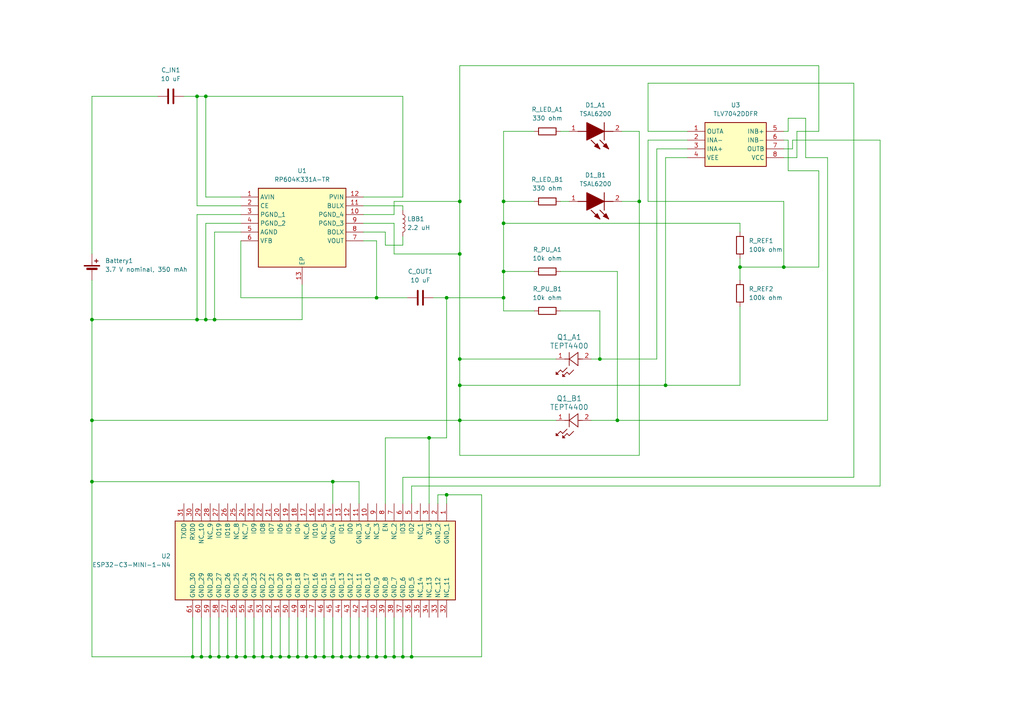
<source format=kicad_sch>
(kicad_sch (version 20231120) (generator "eeschema") (generator_version "8.0")
  (paper "A4")
  (title_block (title "WaterSensorCircuit") (date "2025-01-21") (rev "00.01.00") (company "Billy Miller"))
  (lib_symbols
    (symbol "2025-01-17_05-19-09:TEPT4400" (pin_names (offset 0.254))
      (property "Reference" "CR" (at 5.08 -4.445 0))
      (property "Value" "TEPT4400" (at 5.08 -7.62 0))
      (symbol "TEPT4400_1_1"
        (polyline (pts (xy 2.54 0) (xy 3.4798 0)) (stroke (width 0.2032)))
        (polyline (pts (xy 3.175 0) (xy 3.81 0)) (stroke (width 0.2032)))
        (polyline (pts (xy 3.81 -1.905) (xy 6.35 0)) (stroke (width 0.2032)))
        (polyline (pts (xy 3.81 1.905) (xy 3.81 -1.905)) (stroke (width 0.2032)))
        (polyline (pts (xy 5.08 3.175) (xy 6.35 4.445)) (stroke (width 0.2032)))
        (polyline (pts (xy 6.35 -1.905) (xy 6.35 1.905)) (stroke (width 0.2032)))
        (polyline (pts (xy 6.35 0) (xy 3.81 1.905)) (stroke (width 0.2032)))
        (polyline (pts (xy 6.35 0) (xy 7.62 0)) (stroke (width 0.2032)))
        (polyline (pts (xy 6.35 4.445) (xy 6.985 3.81)) (stroke (width 0.2032)))
        (polyline (pts (xy 6.985 2.54) (xy 8.255 3.81)) (stroke (width 0.2032)))
        (polyline (pts (xy 6.985 3.81) (xy 8.255 5.08)) (stroke (width 0.2032)))
        (polyline (pts (xy 7.62 5.08) (xy 8.255 4.445)) (stroke (width 0.2032)))
        (polyline (pts (xy 8.255 3.81) (xy 8.89 3.175)) (stroke (width 0.2032)))
        (polyline (pts (xy 8.255 4.445) (xy 8.255 5.08)) (stroke (width 0.2032)))
        (polyline (pts (xy 8.255 5.08) (xy 7.62 5.08)) (stroke (width 0.2032)))
        (polyline (pts (xy 8.89 3.175) (xy 10.16 4.445)) (stroke (width 0.2032)))
        (polyline (pts (xy 9.525 4.445) (xy 10.16 3.81)) (stroke (width 0.2032)))
        (polyline (pts (xy 10.16 3.81) (xy 10.16 4.445)) (stroke (width 0.2032)))
        (polyline (pts (xy 10.16 4.445) (xy 9.525 4.445)) (stroke (width 0.2032)))
        (pin unspecified line (at 10.16 0 180) (length 2.54) (name "") (number "1"))
        (pin unspecified line (at 0 0 0) (length 2.54) (name "") (number "2"))
      )
      (symbol "TEPT4400_1_2"
        (polyline (pts (xy -5.08 7.62) (xy -4.445 8.255)) (stroke (width 0.2032)))
        (polyline (pts (xy -5.08 8.255) (xy -5.08 7.62)) (stroke (width 0.2032)))
        (polyline (pts (xy -4.445 6.35) (xy -3.81 6.985)) (stroke (width 0.2032)))
        (polyline (pts (xy -4.445 8.255) (xy -5.08 8.255)) (stroke (width 0.2032)))
        (polyline (pts (xy -4.445 9.525) (xy -3.81 10.16)) (stroke (width 0.2032)))
        (polyline (pts (xy -4.445 10.16) (xy -4.445 9.525)) (stroke (width 0.2032)))
        (polyline (pts (xy -3.81 6.985) (xy -5.08 8.255)) (stroke (width 0.2032)))
        (polyline (pts (xy -3.81 8.255) (xy -3.175 8.89)) (stroke (width 0.2032)))
        (polyline (pts (xy -3.81 10.16) (xy -4.445 10.16)) (stroke (width 0.2032)))
        (polyline (pts (xy -3.175 5.08) (xy -4.445 6.35)) (stroke (width 0.2032)))
        (polyline (pts (xy -3.175 8.89) (xy -4.445 10.16)) (stroke (width 0.2032)))
        (polyline (pts (xy -2.54 6.985) (xy -3.81 8.255)) (stroke (width 0.2032)))
        (polyline (pts (xy -1.905 3.81) (xy 1.905 3.81)) (stroke (width 0.2032)))
        (polyline (pts (xy 0 2.54) (xy 0 3.4798)) (stroke (width 0.2032)))
        (polyline (pts (xy 0 3.175) (xy 0 3.81)) (stroke (width 0.2032)))
        (polyline (pts (xy 0 6.35) (xy -1.905 3.81)) (stroke (width 0.2032)))
        (polyline (pts (xy 0 6.35) (xy 0 7.62)) (stroke (width 0.2032)))
        (polyline (pts (xy 1.905 3.81) (xy 0 6.35)) (stroke (width 0.2032)))
        (polyline (pts (xy 1.905 6.35) (xy -1.905 6.35)) (stroke (width 0.2032)))
        (pin unspecified line (at 0 10.16 270) (length 2.54) (name "") (number "1"))
        (pin unspecified line (at 0 0 90) (length 2.54) (name "") (number "2"))
      )
    )
    (symbol "Device:Battery_Cell" (pin_numbers hide) (pin_names (offset 0) hide)
      (property "Reference" "BT" (at 2.54 2.54 0))
      (property "Value" "Battery_Cell" (at 2.54 0 0))
      (symbol "Battery_Cell_0_1"
        (rectangle (start -2.286 1.778) (end 2.286 1.524) (fill (type outline)))
        (rectangle (start -1.524 1.016) (end 1.524 0.508) (fill (type outline)))
        (polyline (pts (xy 0 0.762) (xy 0 0)))
        (polyline (pts (xy 0 1.778) (xy 0 2.54)))
        (polyline (pts (xy 0.762 3.048) (xy 1.778 3.048)) (stroke (width 0.254)))
        (polyline (pts (xy 1.27 3.556) (xy 1.27 2.54)) (stroke (width 0.254)))
      )
      (symbol "Battery_Cell_1_1"
        (pin passive line (at 0 5.08 270) (length 2.54) (name "+") (number "1"))
        (pin passive line (at 0 -2.54 90) (length 2.54) (name "-") (number "2"))
      )
    )
    (symbol "Device:C" (pin_numbers hide) (pin_names (offset 0.254))
      (property "Reference" "C" (at 0.635 2.54 0))
      (property "Value" "C" (at 0.635 -2.54 0))
      (symbol "C_0_1"
        (polyline (pts (xy -2.032 -0.762) (xy 2.032 -0.762)) (stroke (width 0.508)))
        (polyline (pts (xy -2.032 0.762) (xy 2.032 0.762)) (stroke (width 0.508)))
      )
      (symbol "C_1_1"
        (pin passive line (at 0 3.81 270) (length 2.794) (name "~") (number "1"))
        (pin passive line (at 0 -3.81 90) (length 2.794) (name "~") (number "2"))
      )
    )
    (symbol "Device:L" (pin_numbers hide) (pin_names (offset 1.016) hide)
      (property "Reference" "L" (at -1.27 0 90))
      (property "Value" "L" (at 1.905 0 90))
      (symbol "L_0_1"
        (arc (start 0 -2.54) (mid 0.6323 -1.905) (end 0 -1.27))
        (arc (start 0 -1.27) (mid 0.6323 -0.635) (end 0 0))
        (arc (start 0 0) (mid 0.6323 0.635) (end 0 1.27))
        (arc (start 0 1.27) (mid 0.6323 1.905) (end 0 2.54))
      )
      (symbol "L_1_1"
        (pin passive line (at 0 3.81 270) (length 1.27) (name "1") (number "1"))
        (pin passive line (at 0 -3.81 90) (length 1.27) (name "2") (number "2"))
      )
    )
    (symbol "Device:R" (pin_numbers hide) (pin_names (offset 0))
      (property "Reference" "R" (at 2.032 0 90))
      (property "Value" "R" (at 0 0 90))
      (symbol "R_0_1"
        (rectangle (start -1.016 -2.54) (end 1.016 2.54) (stroke (width 0.254)))
      )
      (symbol "R_1_1"
        (pin passive line (at 0 3.81 270) (length 1.27) (name "~") (number "1"))
        (pin passive line (at 0 -3.81 90) (length 1.27) (name "~") (number "2"))
      )
    )
    (symbol "ESP32-C3-MINI-1-N4:ESP32-C3-MINI-1-N4"
      (property "Reference" "IC" (at 29.21 7.62 0))
      (property "Value" "ESP32-C3-MINI-1-N4" (at 29.21 5.08 0))
      (symbol "ESP32-C3-MINI-1-N4_1_1"
        (rectangle (start 5.08 2.54) (end 27.94 -78.74) (stroke (width 0.254)) (fill (type background)))
        (pin passive line (at 0 0 0) (length 5.08) (name "GND_1") (number "1"))
        (pin passive line (at 0 -22.86 0) (length 5.08) (name "NC_4") (number "10"))
        (pin passive line (at 0 -25.4 0) (length 5.08) (name "GND_3") (number "11"))
        (pin passive line (at 0 -27.94 0) (length 5.08) (name "IO0") (number "12"))
        (pin passive line (at 0 -30.48 0) (length 5.08) (name "IO1") (number "13"))
        (pin passive line (at 0 -33.02 0) (length 5.08) (name "GND_4") (number "14"))
        (pin passive line (at 0 -35.56 0) (length 5.08) (name "NC_5") (number "15"))
        (pin passive line (at 0 -38.1 0) (length 5.08) (name "IO10") (number "16"))
        (pin passive line (at 0 -40.64 0) (length 5.08) (name "NC_6") (number "17"))
        (pin passive line (at 0 -43.18 0) (length 5.08) (name "IO4") (number "18"))
        (pin passive line (at 0 -45.72 0) (length 5.08) (name "IO5") (number "19"))
        (pin passive line (at 0 -2.54 0) (length 5.08) (name "GND_2") (number "2"))
        (pin passive line (at 0 -48.26 0) (length 5.08) (name "IO6") (number "20"))
        (pin passive line (at 0 -50.8 0) (length 5.08) (name "IO7") (number "21"))
        (pin passive line (at 0 -53.34 0) (length 5.08) (name "IO8") (number "22"))
        (pin passive line (at 0 -55.88 0) (length 5.08) (name "IO9") (number "23"))
        (pin passive line (at 0 -58.42 0) (length 5.08) (name "NC_7") (number "24"))
        (pin passive line (at 0 -60.96 0) (length 5.08) (name "NC_8") (number "25"))
        (pin passive line (at 0 -63.5 0) (length 5.08) (name "IO18") (number "26"))
        (pin passive line (at 0 -66.04 0) (length 5.08) (name "IO19") (number "27"))
        (pin passive line (at 0 -68.58 0) (length 5.08) (name "NC_9") (number "28"))
        (pin passive line (at 0 -71.12 0) (length 5.08) (name "NC_10") (number "29"))
        (pin passive line (at 0 -5.08 0) (length 5.08) (name "3V3") (number "3"))
        (pin passive line (at 0 -73.66 0) (length 5.08) (name "RXD0") (number "30"))
        (pin passive line (at 0 -76.2 0) (length 5.08) (name "TXD0") (number "31"))
        (pin passive line (at 33.02 0 180) (length 5.08) (name "NC_11") (number "32"))
        (pin passive line (at 33.02 -2.54 180) (length 5.08) (name "NC_12") (number "33"))
        (pin passive line (at 33.02 -5.08 180) (length 5.08) (name "NC_13") (number "34"))
        (pin passive line (at 33.02 -7.62 180) (length 5.08) (name "NC_14") (number "35"))
        (pin passive line (at 33.02 -10.16 180) (length 5.08) (name "GND_5") (number "36"))
        (pin passive line (at 33.02 -12.7 180) (length 5.08) (name "GND_6") (number "37"))
        (pin passive line (at 33.02 -15.24 180) (length 5.08) (name "GND_7") (number "38"))
        (pin passive line (at 33.02 -17.78 180) (length 5.08) (name "GND_8") (number "39"))
        (pin passive line (at 0 -7.62 0) (length 5.08) (name "NC_1") (number "4"))
        (pin passive line (at 33.02 -20.32 180) (length 5.08) (name "GND_9") (number "40"))
        (pin passive line (at 33.02 -22.86 180) (length 5.08) (name "GND_10") (number "41"))
        (pin passive line (at 33.02 -25.4 180) (length 5.08) (name "GND_11") (number "42"))
        (pin passive line (at 33.02 -27.94 180) (length 5.08) (name "GND_12") (number "43"))
        (pin passive line (at 33.02 -30.48 180) (length 5.08) (name "GND_13") (number "44"))
        (pin passive line (at 33.02 -33.02 180) (length 5.08) (name "GND_14") (number "45"))
        (pin passive line (at 33.02 -35.56 180) (length 5.08) (name "GND_15") (number "46"))
        (pin passive line (at 33.02 -38.1 180) (length 5.08) (name "GND_16") (number "47"))
        (pin passive line (at 33.02 -40.64 180) (length 5.08) (name "GND_17") (number "48"))
        (pin passive line (at 33.02 -43.18 180) (length 5.08) (name "GND_18") (number "49"))
        (pin passive line (at 0 -10.16 0) (length 5.08) (name "IO2") (number "5"))
        (pin passive line (at 33.02 -45.72 180) (length 5.08) (name "GND_19") (number "50"))
        (pin passive line (at 33.02 -48.26 180) (length 5.08) (name "GND_20") (number "51"))
        (pin passive line (at 33.02 -50.8 180) (length 5.08) (name "GND_21") (number "52"))
        (pin passive line (at 33.02 -53.34 180) (length 5.08) (name "GND_22") (number "53"))
        (pin passive line (at 33.02 -55.88 180) (length 5.08) (name "GND_23") (number "54"))
        (pin passive line (at 33.02 -58.42 180) (length 5.08) (name "GND_24") (number "55"))
        (pin passive line (at 33.02 -60.96 180) (length 5.08) (name "GND_25") (number "56"))
        (pin passive line (at 33.02 -63.5 180) (length 5.08) (name "GND_26") (number "57"))
        (pin passive line (at 33.02 -66.04 180) (length 5.08) (name "GND_27") (number "58"))
        (pin passive line (at 33.02 -68.58 180) (length 5.08) (name "GND_28") (number "59"))
        (pin passive line (at 0 -12.7 0) (length 5.08) (name "IO3") (number "6"))
        (pin passive line (at 33.02 -71.12 180) (length 5.08) (name "GND_29") (number "60"))
        (pin passive line (at 33.02 -73.66 180) (length 5.08) (name "GND_30") (number "61"))
        (pin passive line (at 0 -15.24 0) (length 5.08) (name "NC_2") (number "7"))
        (pin passive line (at 0 -17.78 0) (length 5.08) (name "EN") (number "8"))
        (pin passive line (at 0 -20.32 0) (length 5.08) (name "NC_3") (number "9"))
      )
    )
    (symbol "RP604K331A-TR:RP604K331A-TR"
      (property "Reference" "IC" (at 31.75 7.62 0))
      (property "Value" "RP604K331A-TR" (at 31.75 5.08 0))
      (symbol "RP604K331A-TR_1_1"
        (rectangle (start 5.08 2.54) (end 30.48 -20.32) (stroke (width 0.254)) (fill (type background)))
        (pin passive line (at 0 0 0) (length 5.08) (name "AVIN") (number "1"))
        (pin passive line (at 35.56 -5.08 180) (length 5.08) (name "PGND_4") (number "10"))
        (pin passive line (at 35.56 -2.54 180) (length 5.08) (name "BULX") (number "11"))
        (pin passive line (at 35.56 0 180) (length 5.08) (name "PVIN") (number "12"))
        (pin passive line (at 17.78 -25.4 90) (length 5.08) (name "EP") (number "13"))
        (pin passive line (at 0 -2.54 0) (length 5.08) (name "CE") (number "2"))
        (pin passive line (at 0 -5.08 0) (length 5.08) (name "PGND_1") (number "3"))
        (pin passive line (at 0 -7.62 0) (length 5.08) (name "PGND_2") (number "4"))
        (pin passive line (at 0 -10.16 0) (length 5.08) (name "AGND") (number "5"))
        (pin passive line (at 0 -12.7 0) (length 5.08) (name "VFB") (number "6"))
        (pin passive line (at 35.56 -12.7 180) (length 5.08) (name "VOUT") (number "7"))
        (pin passive line (at 35.56 -10.16 180) (length 5.08) (name "BOLX") (number "8"))
        (pin passive line (at 35.56 -7.62 180) (length 5.08) (name "PGND_3") (number "9"))
      )
    )
    (symbol "TLV7042DDFR:TLV7042DDFR"
      (property "Reference" "IC" (at 24.13 7.62 0))
      (property "Value" "TLV7042DDFR" (at 24.13 5.08 0))
      (symbol "TLV7042DDFR_1_1"
        (rectangle (start 5.08 2.54) (end 22.86 -10.16) (stroke (width 0.254)) (fill (type background)))
        (pin passive line (at 0 0 0) (length 5.08) (name "OUTA") (number "1"))
        (pin passive line (at 0 -2.54 0) (length 5.08) (name "INA-") (number "2"))
        (pin passive line (at 0 -5.08 0) (length 5.08) (name "INA+") (number "3"))
        (pin passive line (at 0 -7.62 0) (length 5.08) (name "VEE") (number "4"))
        (pin passive line (at 27.94 0 180) (length 5.08) (name "INB+") (number "5"))
        (pin passive line (at 27.94 -2.54 180) (length 5.08) (name "INB-") (number "6"))
        (pin passive line (at 27.94 -5.08 180) (length 5.08) (name "OUTB") (number "7"))
        (pin passive line (at 27.94 -7.62 180) (length 5.08) (name "VCC") (number "8"))
      )
    )
    (symbol "TSAL6200:TSAL6200" (pin_names hide)
      (property "Reference" "LED" (at 12.7 8.89 0))
      (property "Value" "TSAL6200" (at 12.7 6.35 0))
      (symbol "TSAL6200_1_1"
        (polyline (pts (xy 2.54 0) (xy 5.08 0)) (stroke (width 0.254)))
        (polyline (pts (xy 5.08 2.54) (xy 5.08 -2.54)) (stroke (width 0.254)))
        (polyline (pts (xy 6.35 2.54) (xy 3.81 5.08)) (stroke (width 0.254)))
        (polyline (pts (xy 8.89 2.54) (xy 6.35 5.08)) (stroke (width 0.254)))
        (polyline (pts (xy 10.16 0) (xy 12.7 0)) (stroke (width 0.254)))
        (polyline (pts (xy 5.08 0) (xy 10.16 2.54) (xy 10.16 -2.54) (xy 5.08 0)) (stroke (width 0.254)) (fill (type outline)))
        (polyline (pts (xy 5.334 4.318) (xy 4.572 3.556) (xy 3.81 5.08) (xy 5.334 4.318)) (stroke (width 0.254)) (fill (type outline)))
        (polyline (pts (xy 7.874 4.318) (xy 7.112 3.556) (xy 6.35 5.08) (xy 7.874 4.318)) (stroke (width 0.254)) (fill (type outline)))
        (pin passive line (at 15.24 0 180) (length 2.54) (name "A") (number "1"))
        (pin passive line (at 0 0 0) (length 2.54) (name "K") (number "2"))
      )
    )
  )
  (junction (at 146.05 86.36))
  (junction (at 146.05 78.74))
  (junction (at 106.68 190.5))
  (junction (at 57.15 27.94))
  (junction (at 57.15 92.71))
  (junction (at 76.2 190.5))
  (junction (at 58.42 190.5))
  (junction (at 185.42 58.42))
  (junction (at 133.35 104.14))
  (junction (at 101.6 190.5))
  (junction (at 111.76 190.5))
  (junction (at 91.44 190.5))
  (junction (at 93.98 190.5))
  (junction (at 96.52 190.5))
  (junction (at 133.35 111.76))
  (junction (at 55.88 190.5))
  (junction (at 104.14 190.5))
  (junction (at 129.54 143.51))
  (junction (at 179.07 121.92))
  (junction (at 66.04 190.5))
  (junction (at 133.35 58.42))
  (junction (at 227.33 77.47))
  (junction (at 62.23 92.71))
  (junction (at 73.66 190.5))
  (junction (at 71.12 190.5))
  (junction (at 133.35 73.66))
  (junction (at 96.52 139.7))
  (junction (at 109.22 86.36))
  (junction (at 81.28 190.5))
  (junction (at 173.99 104.14))
  (junction (at 26.67 139.7))
  (junction (at 214.63 77.47))
  (junction (at 59.69 92.71))
  (junction (at 86.36 190.5))
  (junction (at 26.67 92.71))
  (junction (at 146.05 58.42))
  (junction (at 60.96 190.5))
  (junction (at 129.54 86.36))
  (junction (at 68.58 190.5))
  (junction (at 63.5 190.5))
  (junction (at 59.69 27.94))
  (junction (at 193.04 111.76))
  (junction (at 133.35 121.92))
  (junction (at 109.22 190.5))
  (junction (at 88.9 190.5))
  (junction (at 26.67 121.92))
  (junction (at 116.84 190.5))
  (junction (at 119.38 190.5))
  (junction (at 99.06 190.5))
  (junction (at 114.3 190.5))
  (junction (at 146.05 64.77))
  (junction (at 78.74 190.5))
  (junction (at 124.46 127))
  (junction (at 83.82 190.5))
  (wire (pts (xy 116.84 71.12) (xy 116.84 68.58)))
  (wire (pts (xy 146.05 58.42) (xy 146.05 64.77)))
  (wire (pts (xy 214.63 74.93) (xy 214.63 77.47)))
  (wire (pts (xy 88.9 190.5) (xy 91.44 190.5)))
  (wire (pts (xy 146.05 90.17) (xy 154.94 90.17)))
  (wire (pts (xy 57.15 59.69) (xy 57.15 27.94)))
  (wire (pts (xy 139.7 143.51) (xy 139.7 190.5)))
  (wire (pts (xy 55.88 179.07) (xy 55.88 190.5)))
  (wire (pts (xy 57.15 27.94) (xy 59.69 27.94)))
  (wire (pts (xy 129.54 127) (xy 124.46 127)))
  (wire (pts (xy 129.54 143.51) (xy 129.54 146.05)))
  (wire (pts (xy 187.96 58.42) (xy 227.33 58.42)))
  (wire (pts (xy 116.84 179.07) (xy 116.84 190.5)))
  (wire (pts (xy 114.3 190.5) (xy 116.84 190.5)))
  (wire (pts (xy 99.06 190.5) (xy 101.6 190.5)))
  (wire (pts (xy 162.56 58.42) (xy 165.1 58.42)))
  (wire (pts (xy 146.05 58.42) (xy 154.94 58.42)))
  (wire (pts (xy 69.85 86.36) (xy 109.22 86.36)))
  (wire (pts (xy 111.76 71.12) (xy 116.84 71.12)))
  (wire (pts (xy 68.58 179.07) (xy 68.58 190.5)))
  (wire (pts (xy 105.41 67.31) (xy 111.76 67.31)))
  (wire (pts (xy 83.82 190.5) (xy 86.36 190.5)))
  (wire (pts (xy 114.3 179.07) (xy 114.3 190.5)))
  (wire (pts (xy 59.69 64.77) (xy 59.69 92.71)))
  (wire (pts (xy 93.98 179.07) (xy 93.98 190.5)))
  (wire (pts (xy 179.07 78.74) (xy 179.07 121.92)))
  (wire (pts (xy 237.49 77.47) (xy 227.33 77.47)))
  (wire (pts (xy 129.54 86.36) (xy 129.54 127)))
  (wire (pts (xy 26.67 121.92) (xy 26.67 139.7)))
  (wire (pts (xy 104.14 146.05) (xy 104.14 139.7)))
  (wire (pts (xy 124.46 127) (xy 111.76 127)))
  (wire (pts (xy 214.63 77.47) (xy 214.63 81.28)))
  (wire (pts (xy 162.56 78.74) (xy 179.07 78.74)))
  (wire (pts (xy 109.22 190.5) (xy 111.76 190.5)))
  (wire (pts (xy 111.76 127) (xy 111.76 146.05)))
  (wire (pts (xy 86.36 190.5) (xy 88.9 190.5)))
  (wire (pts (xy 133.35 73.66) (xy 133.35 104.14)))
  (wire (pts (xy 187.96 40.64) (xy 187.96 58.42)))
  (wire (pts (xy 133.35 104.14) (xy 161.29 104.14)))
  (wire (pts (xy 116.84 59.69) (xy 116.84 60.96)))
  (wire (pts (xy 240.03 121.92) (xy 240.03 45.72)))
  (wire (pts (xy 162.56 90.17) (xy 173.99 90.17)))
  (wire (pts (xy 105.41 59.69) (xy 116.84 59.69)))
  (wire (pts (xy 127 143.51) (xy 129.54 143.51)))
  (wire (pts (xy 99.06 179.07) (xy 99.06 190.5)))
  (wire (pts (xy 86.36 179.07) (xy 86.36 190.5)))
  (wire (pts (xy 109.22 86.36) (xy 118.11 86.36)))
  (wire (pts (xy 106.68 179.07) (xy 106.68 190.5)))
  (wire (pts (xy 58.42 190.5) (xy 60.96 190.5)))
  (wire (pts (xy 255.27 40.64) (xy 255.27 140.97)))
  (wire (pts (xy 179.07 121.92) (xy 240.03 121.92)))
  (wire (pts (xy 76.2 190.5) (xy 78.74 190.5)))
  (wire (pts (xy 63.5 179.07) (xy 63.5 190.5)))
  (wire (pts (xy 146.05 64.77) (xy 146.05 78.74)))
  (wire (pts (xy 187.96 38.1) (xy 199.39 38.1)))
  (wire (pts (xy 129.54 86.36) (xy 146.05 86.36)))
  (wire (pts (xy 60.96 190.5) (xy 63.5 190.5)))
  (wire (pts (xy 96.52 179.07) (xy 96.52 190.5)))
  (wire (pts (xy 133.35 121.92) (xy 161.29 121.92)))
  (wire (pts (xy 179.07 121.92) (xy 171.45 121.92)))
  (wire (pts (xy 71.12 179.07) (xy 71.12 190.5)))
  (wire (pts (xy 124.46 127) (xy 124.46 146.05)))
  (wire (pts (xy 58.42 179.07) (xy 58.42 190.5)))
  (wire (pts (xy 119.38 190.5) (xy 139.7 190.5)))
  (wire (pts (xy 214.63 88.9) (xy 214.63 111.76)))
  (wire (pts (xy 173.99 104.14) (xy 190.5 104.14)))
  (wire (pts (xy 88.9 179.07) (xy 88.9 190.5)))
  (wire (pts (xy 133.35 132.08) (xy 185.42 132.08)))
  (wire (pts (xy 228.6 49.53) (xy 237.49 49.53)))
  (wire (pts (xy 105.41 57.15) (xy 116.84 57.15)))
  (wire (pts (xy 231.14 38.1) (xy 231.14 45.72)))
  (wire (pts (xy 59.69 92.71) (xy 57.15 92.71)))
  (wire (pts (xy 66.04 190.5) (xy 68.58 190.5)))
  (wire (pts (xy 104.14 139.7) (xy 96.52 139.7)))
  (wire (pts (xy 68.58 190.5) (xy 71.12 190.5)))
  (wire (pts (xy 133.35 104.14) (xy 133.35 111.76)))
  (wire (pts (xy 185.42 38.1) (xy 185.42 58.42)))
  (wire (pts (xy 193.04 111.76) (xy 133.35 111.76)))
  (wire (pts (xy 59.69 57.15) (xy 59.69 27.94)))
  (wire (pts (xy 187.96 24.13) (xy 187.96 38.1)))
  (wire (pts (xy 125.73 86.36) (xy 129.54 86.36)))
  (wire (pts (xy 69.85 67.31) (xy 62.23 67.31)))
  (wire (pts (xy 109.22 179.07) (xy 109.22 190.5)))
  (wire (pts (xy 129.54 143.51) (xy 139.7 143.51)))
  (wire (pts (xy 109.22 69.85) (xy 105.41 69.85)))
  (wire (pts (xy 185.42 58.42) (xy 185.42 132.08)))
  (wire (pts (xy 214.63 64.77) (xy 146.05 64.77)))
  (wire (pts (xy 69.85 62.23) (xy 57.15 62.23)))
  (wire (pts (xy 26.67 27.94) (xy 45.72 27.94)))
  (wire (pts (xy 111.76 179.07) (xy 111.76 190.5)))
  (wire (pts (xy 227.33 38.1) (xy 228.6 38.1)))
  (wire (pts (xy 247.65 138.43) (xy 247.65 24.13)))
  (wire (pts (xy 119.38 140.97) (xy 255.27 140.97)))
  (wire (pts (xy 81.28 190.5) (xy 83.82 190.5)))
  (wire (pts (xy 227.33 40.64) (xy 228.6 40.64)))
  (wire (pts (xy 69.85 69.85) (xy 69.85 86.36)))
  (wire (pts (xy 231.14 45.72) (xy 227.33 45.72)))
  (wire (pts (xy 76.2 179.07) (xy 76.2 190.5)))
  (wire (pts (xy 101.6 190.5) (xy 104.14 190.5)))
  (wire (pts (xy 133.35 19.05) (xy 133.35 58.42)))
  (wire (pts (xy 91.44 190.5) (xy 93.98 190.5)))
  (wire (pts (xy 104.14 190.5) (xy 106.68 190.5)))
  (wire (pts (xy 237.49 19.05) (xy 133.35 19.05)))
  (wire (pts (xy 114.3 62.23) (xy 114.3 58.42)))
  (wire (pts (xy 73.66 179.07) (xy 73.66 190.5)))
  (wire (pts (xy 96.52 146.05) (xy 96.52 139.7)))
  (wire (pts (xy 111.76 190.5) (xy 114.3 190.5)))
  (wire (pts (xy 214.63 111.76) (xy 193.04 111.76)))
  (wire (pts (xy 78.74 190.5) (xy 81.28 190.5)))
  (wire (pts (xy 190.5 104.14) (xy 190.5 43.18)))
  (wire (pts (xy 78.74 179.07) (xy 78.74 190.5)))
  (wire (pts (xy 180.34 58.42) (xy 185.42 58.42)))
  (wire (pts (xy 187.96 40.64) (xy 199.39 40.64)))
  (wire (pts (xy 81.28 179.07) (xy 81.28 190.5)))
  (wire (pts (xy 55.88 190.5) (xy 58.42 190.5)))
  (wire (pts (xy 127 146.05) (xy 127 143.51)))
  (wire (pts (xy 62.23 92.71) (xy 59.69 92.71)))
  (wire (pts (xy 173.99 90.17) (xy 173.99 104.14)))
  (wire (pts (xy 91.44 179.07) (xy 91.44 190.5)))
  (wire (pts (xy 190.5 43.18) (xy 199.39 43.18)))
  (wire (pts (xy 104.14 179.07) (xy 104.14 190.5)))
  (wire (pts (xy 26.67 121.92) (xy 26.67 92.71)))
  (wire (pts (xy 240.03 45.72) (xy 233.68 45.72)))
  (wire (pts (xy 193.04 45.72) (xy 199.39 45.72)))
  (wire (pts (xy 114.3 73.66) (xy 133.35 73.66)))
  (wire (pts (xy 69.85 57.15) (xy 59.69 57.15)))
  (wire (pts (xy 69.85 64.77) (xy 59.69 64.77)))
  (wire (pts (xy 105.41 64.77) (xy 114.3 64.77)))
  (wire (pts (xy 133.35 111.76) (xy 133.35 121.92)))
  (wire (pts (xy 193.04 45.72) (xy 193.04 111.76)))
  (wire (pts (xy 96.52 190.5) (xy 99.06 190.5)))
  (wire (pts (xy 57.15 62.23) (xy 57.15 92.71)))
  (wire (pts (xy 233.68 45.72) (xy 233.68 34.29)))
  (wire (pts (xy 26.67 92.71) (xy 26.67 81.28)))
  (wire (pts (xy 229.87 40.64) (xy 255.27 40.64)))
  (wire (pts (xy 146.05 38.1) (xy 154.94 38.1)))
  (wire (pts (xy 26.67 27.94) (xy 26.67 73.66)))
  (wire (pts (xy 146.05 90.17) (xy 146.05 86.36)))
  (wire (pts (xy 114.3 64.77) (xy 114.3 73.66)))
  (wire (pts (xy 228.6 34.29) (xy 228.6 38.1)))
  (wire (pts (xy 180.34 38.1) (xy 185.42 38.1)))
  (wire (pts (xy 247.65 24.13) (xy 187.96 24.13)))
  (wire (pts (xy 87.63 82.55) (xy 87.63 92.71)))
  (wire (pts (xy 53.34 27.94) (xy 57.15 27.94)))
  (wire (pts (xy 227.33 58.42) (xy 227.33 77.47)))
  (wire (pts (xy 229.87 43.18) (xy 227.33 43.18)))
  (wire (pts (xy 116.84 190.5) (xy 119.38 190.5)))
  (wire (pts (xy 133.35 132.08) (xy 133.35 121.92)))
  (wire (pts (xy 26.67 190.5) (xy 55.88 190.5)))
  (wire (pts (xy 133.35 121.92) (xy 26.67 121.92)))
  (wire (pts (xy 66.04 179.07) (xy 66.04 190.5)))
  (wire (pts (xy 231.14 38.1) (xy 237.49 38.1)))
  (wire (pts (xy 69.85 59.69) (xy 57.15 59.69)))
  (wire (pts (xy 87.63 92.71) (xy 62.23 92.71)))
  (wire (pts (xy 26.67 139.7) (xy 26.67 190.5)))
  (wire (pts (xy 228.6 40.64) (xy 228.6 49.53)))
  (wire (pts (xy 233.68 34.29) (xy 228.6 34.29)))
  (wire (pts (xy 237.49 38.1) (xy 237.49 19.05)))
  (wire (pts (xy 146.05 38.1) (xy 146.05 58.42)))
  (wire (pts (xy 63.5 190.5) (xy 66.04 190.5)))
  (wire (pts (xy 119.38 140.97) (xy 119.38 146.05)))
  (wire (pts (xy 96.52 139.7) (xy 26.67 139.7)))
  (wire (pts (xy 237.49 49.53) (xy 237.49 77.47)))
  (wire (pts (xy 116.84 146.05) (xy 116.84 138.43)))
  (wire (pts (xy 71.12 190.5) (xy 73.66 190.5)))
  (wire (pts (xy 62.23 67.31) (xy 62.23 92.71)))
  (wire (pts (xy 57.15 92.71) (xy 26.67 92.71)))
  (wire (pts (xy 60.96 179.07) (xy 60.96 190.5)))
  (wire (pts (xy 73.66 190.5) (xy 76.2 190.5)))
  (wire (pts (xy 133.35 58.42) (xy 133.35 73.66)))
  (wire (pts (xy 214.63 67.31) (xy 214.63 64.77)))
  (wire (pts (xy 114.3 58.42) (xy 133.35 58.42)))
  (wire (pts (xy 106.68 190.5) (xy 109.22 190.5)))
  (wire (pts (xy 227.33 77.47) (xy 214.63 77.47)))
  (wire (pts (xy 162.56 38.1) (xy 165.1 38.1)))
  (wire (pts (xy 105.41 62.23) (xy 114.3 62.23)))
  (wire (pts (xy 93.98 190.5) (xy 96.52 190.5)))
  (wire (pts (xy 116.84 138.43) (xy 247.65 138.43)))
  (wire (pts (xy 83.82 179.07) (xy 83.82 190.5)))
  (wire (pts (xy 119.38 179.07) (xy 119.38 190.5)))
  (wire (pts (xy 111.76 67.31) (xy 111.76 71.12)))
  (wire (pts (xy 116.84 57.15) (xy 116.84 27.94)))
  (wire (pts (xy 146.05 78.74) (xy 154.94 78.74)))
  (wire (pts (xy 146.05 78.74) (xy 146.05 86.36)))
  (wire (pts (xy 109.22 69.85) (xy 109.22 86.36)))
  (wire (pts (xy 229.87 40.64) (xy 229.87 43.18)))
  (wire (pts (xy 59.69 27.94) (xy 116.84 27.94)))
  (wire (pts (xy 101.6 179.07) (xy 101.6 190.5)))
  (wire (pts (xy 173.99 104.14) (xy 171.45 104.14)))
  (symbol (lib_id "Device:R") (at 158.75 78.74 90) (unit 1)
    (property "Reference" "R_PU_A1" (at 158.75 72.39 90))
    (property "Value" "10k ohm" (at 158.75 74.93 90))
    (property "Footprint" "Resistor_SMD:R_0201_0603Metric" (effects (hide yes)))
    (property "Description" "Resistor" (effects (hide yes)))
  )
  (symbol (lib_id "Device:C") (at 49.53 27.94 90) (unit 1)
    (property "Reference" "C_IN1" (at 49.53 20.32 90))
    (property "Value" "10 uF" (at 49.53 22.86 90))
    (property "Footprint" "Capacitor_SMD:CP_Elec_3x5.3" (effects (hide yes)))
    (property "Description" "Unpolarized capacitor" (effects (hide yes)))
  )
  (symbol (lib_id "RP604K331A-TR:RP604K331A-TR") (at 69.85 57.15 0) (unit 1)
    (property "Reference" "U1" (at 87.63 49.53 0))
    (property "Value" "RP604K331A-TR" (at 87.63 52.07 0))
    (property "Footprint" "RP604K331A-TR:SON50P270X300X60-13N" (effects (hide yes)))
    (property "Datasheet" "https://www.nisshinbo-microdevices.co.jp/en/pdf/datasheet/rp604-ea.pdf" (effects (hide yes)))
    (property "Description" "Switching Voltage Regulators (IQ =0.3 uA)" (effects (hide yes)))
    (property "Height" "0.6" (effects (hide yes)))
    (property "Mouser Part Number" "848-RP604K331A-TR" (effects (hide yes)))
    (property "Mouser Price/Stock" "https://www.mouser.co.uk/ProductDetail/Nisshinbo/RP604K331A-TR?qs=XFmntM7Yc9fdPHCTUNyXbQ%3D%3D" (effects (hide yes)))
    (property "Manufacturer_Name" "Nisshinbo" (effects (hide yes)))
    (property "Manufacturer_Part_Number" "RP604K331A-TR" (effects (hide yes)))
  )
  (symbol (lib_id "Device:R") (at 214.63 71.12 180) (unit 1)
    (property "Reference" "R_REF1" (at 217.17 69.8499 0) (effects (justify right)))
    (property "Value" "100k ohm" (at 217.17 72.3899 0) (effects (justify right)))
    (property "Footprint" "Resistor_SMD:R_0201_0603Metric" (effects (hide yes)))
    (property "Description" "Resistor" (effects (hide yes)))
  )
  (symbol (lib_id "Device:L") (at 116.84 64.77 0) (unit 1)
    (property "Reference" "LBB1" (at 118.11 63.4999 0) (effects (justify left)))
    (property "Value" "2.2 uH" (at 118.11 66.0399 0) (effects (justify left)))
    (property "Footprint" "Inductor_SMD:L_6.3x6.3_H3" (effects (hide yes)))
    (property "Description" "Inductor" (effects (hide yes)))
  )
  (symbol (lib_id "Device:R") (at 214.63 85.09 180) (unit 1)
    (property "Reference" "R_REF2" (at 217.17 83.8199 0) (effects (justify right)))
    (property "Value" "100k ohm" (at 217.17 86.3599 0) (effects (justify right)))
    (property "Footprint" "Resistor_SMD:R_0201_0603Metric" (effects (hide yes)))
    (property "Description" "Resistor" (effects (hide yes)))
  )
  (symbol (lib_id "TSAL6200:TSAL6200") (at 180.34 38.1 180) (unit 1)
    (property "Reference" "D1_A1" (at 172.72 30.48 0))
    (property "Value" "TSAL6200" (at 172.72 33.02 0))
    (property "Footprint" "TSAL6200:TSAL6200" (effects (hide yes)))
    (property "Datasheet" "http://www.vishay.com/docs/81010/tsal6200.pdf" (effects (hide yes)))
    (property "Description" "Infrared LED 5mm 940nm 17deg Vishay TSAL6200 IR LED, 940nm, T-1 3/4 (5mm) Through Hole package" (effects (hide yes)))
    (property "Height" "9" (effects (hide yes)))
    (property "Mouser Part Number" "782-TSAL6200" (effects (hide yes)))
    (property "Mouser Price/Stock" "https://www.mouser.co.uk/ProductDetail/Vishay-Semiconductors/TSAL6200?qs=GAjK1cmKyrlKVEUhArzG2A%3D%3D" (effects (hide yes)))
    (property "Manufacturer_Name" "Vishay" (effects (hide yes)))
    (property "Manufacturer_Part_Number" "TSAL6200" (effects (hide yes)))
  )
  (symbol (lib_id "2025-01-17_05-19-09:TEPT4400") (at 171.45 121.92 180) (unit 1)
    (property "Reference" "Q1_B1" (at 165.1 115.57 0) (effects (font (size 1.524 1.524))))
    (property "Value" "TEPT4400" (at 165.1 118.11 0) (effects (font (size 1.524 1.524))))
    (property "Footprint" "TEPT4400:LED_TEPT4400_VIS" (effects (hide yes)))
    (property "Datasheet" "TEPT4400" (effects (hide yes)))
  )
  (symbol (lib_id "Device:C") (at 121.92 86.36 90) (unit 1)
    (property "Reference" "C_OUT1" (at 121.92 78.74 90))
    (property "Value" "10 uF" (at 121.92 81.28 90))
    (property "Footprint" "Capacitor_SMD:CP_Elec_3x5.3" (effects (hide yes)))
    (property "Description" "Unpolarized capacitor" (effects (hide yes)))
  )
  (symbol (lib_id "Device:R") (at 158.75 90.17 90) (unit 1)
    (property "Reference" "R_PU_B1" (at 158.75 83.82 90))
    (property "Value" "10k ohm" (at 158.75 86.36 90))
    (property "Footprint" "Resistor_SMD:R_0201_0603Metric" (effects (hide yes)))
    (property "Description" "Resistor" (effects (hide yes)))
  )
  (symbol (lib_id "Device:R") (at 158.75 58.42 90) (unit 1)
    (property "Reference" "R_LED_B1" (at 158.75 52.07 90))
    (property "Value" "330 ohm" (at 158.75 54.61 90))
    (property "Footprint" "Resistor_SMD:R_0201_0603Metric" (effects (hide yes)))
    (property "Description" "Resistor" (effects (hide yes)))
  )
  (symbol (lib_id "Device:R") (at 158.75 38.1 90) (unit 1)
    (property "Reference" "R_LED_A1" (at 158.75 31.75 90))
    (property "Value" "330 ohm" (at 158.75 34.29 90))
    (property "Footprint" "Resistor_SMD:R_0201_0603Metric" (effects (hide yes)))
    (property "Description" "Resistor" (effects (hide yes)))
  )
  (symbol (lib_id "Device:Battery_Cell") (at 26.67 78.74 0) (unit 1)
    (property "Reference" "Battery1" (at 30.48 75.6284 0) (effects (justify left)))
    (property "Value" "3.7 V nominal, 350 mAh" (at 30.48 78.1684 0) (effects (justify left)))
    (property "Footprint" "Battery:BatteryHolder_Keystone_2466_1xAAA" (effects (hide yes)))
    (property "Description" "Single-cell battery" (effects (hide yes)))
  )
  (symbol (lib_id "TSAL6200:TSAL6200") (at 180.34 58.42 180) (unit 1)
    (property "Reference" "D1_B1" (at 172.72 50.8 0))
    (property "Value" "TSAL6200" (at 172.72 53.34 0))
    (property "Footprint" "TSAL6200:TSAL6200" (effects (hide yes)))
    (property "Datasheet" "http://www.vishay.com/docs/81010/tsal6200.pdf" (effects (hide yes)))
    (property "Description" "Infrared LED 5mm 940nm 17deg Vishay TSAL6200 IR LED, 940nm, T-1 3/4 (5mm) Through Hole package" (effects (hide yes)))
    (property "Height" "9" (effects (hide yes)))
    (property "Mouser Part Number" "782-TSAL6200" (effects (hide yes)))
    (property "Mouser Price/Stock" "https://www.mouser.co.uk/ProductDetail/Vishay-Semiconductors/TSAL6200?qs=GAjK1cmKyrlKVEUhArzG2A%3D%3D" (effects (hide yes)))
    (property "Manufacturer_Name" "Vishay" (effects (hide yes)))
    (property "Manufacturer_Part_Number" "TSAL6200" (effects (hide yes)))
  )
  (symbol (lib_id "ESP32-C3-MINI-1-N4:ESP32-C3-MINI-1-N4") (at 129.54 146.05 270) (unit 1)
    (property "Reference" "U2" (at 49.53 161.2899 90) (effects (justify right)))
    (property "Value" "ESP32-C3-MINI-1-N4" (at 49.53 163.8299 90) (effects (justify right)))
    (property "Footprint" "ESP32-C3-MINI-1-N4:ESP32C3MINI1N4" (effects (hide yes)))
    (property "Description" "SMD MODULE, ESP32-C3FN4, PCB ANT" (effects (hide yes)))
    (property "Height" "2.55" (effects (hide yes)))
    (property "Mouser Part Number" "356-ESP32-C3-MINI1N4" (effects (hide yes)))
    (property "Mouser Price/Stock" "https://www.mouser.co.uk/ProductDetail/Espressif-Systems/ESP32-C3-MINI-1-N4?qs=stqOd1AaK7%252B%2FpH3qqyGehA%3D%3D" (effects (hide yes)))
    (property "Manufacturer_Name" "Espressif Systems" (effects (hide yes)))
    (property "Manufacturer_Part_Number" "ESP32-C3-MINI-1-N4" (effects (hide yes)))
  )
  (symbol (lib_id "2025-01-17_05-19-09:TEPT4400") (at 171.45 104.14 180) (unit 1)
    (property "Reference" "Q1_A1" (at 165.1 97.79 0) (effects (font (size 1.524 1.524))))
    (property "Value" "TEPT4400" (at 165.1 100.33 0) (effects (font (size 1.524 1.524))))
    (property "Footprint" "TEPT4400:LED_TEPT4400_VIS" (effects (hide yes)))
    (property "Datasheet" "TEPT4400" (effects (hide yes)))
  )
  (symbol (lib_id "TLV7042DDFR:TLV7042DDFR") (at 199.39 38.1 0) (unit 1)
    (property "Reference" "U3" (at 213.36 30.48 0))
    (property "Value" "TLV7042DDFR" (at 213.36 33.02 0))
    (property "Footprint" "TLV7042DDFR:SOT65P280X110-8N" (effects (hide yes)))
    (property "Datasheet" "https://www.ti.com/lit/ds/symlink/tlv7032.pdf?ts=1620825229463&ref_url=https%253A%252F%252Fwww.mouser.in%252F" (effects (hide yes)))
    (property "Description" "Analog Comparators Dual nanopower small-size comparator with open-drain output 8-SOT-23-THIN -40 to 125" (effects (hide yes)))
    (property "Height" "1.1" (effects (hide yes)))
    (property "Mouser Part Number" "595-TLV7042DDFR" (effects (hide yes)))
    (property "Mouser Price/Stock" "https://www.mouser.co.uk/ProductDetail/Texas-Instruments/TLV7042DDFR?qs=bAKSY%2FctAC4MPCM1nALnJw%3D%3D" (effects (hide yes)))
    (property "Manufacturer_Name" "Texas Instruments" (effects (hide yes)))
    (property "Manufacturer_Part_Number" "TLV7042DDFR" (effects (hide yes)))
  )
)
</source>
